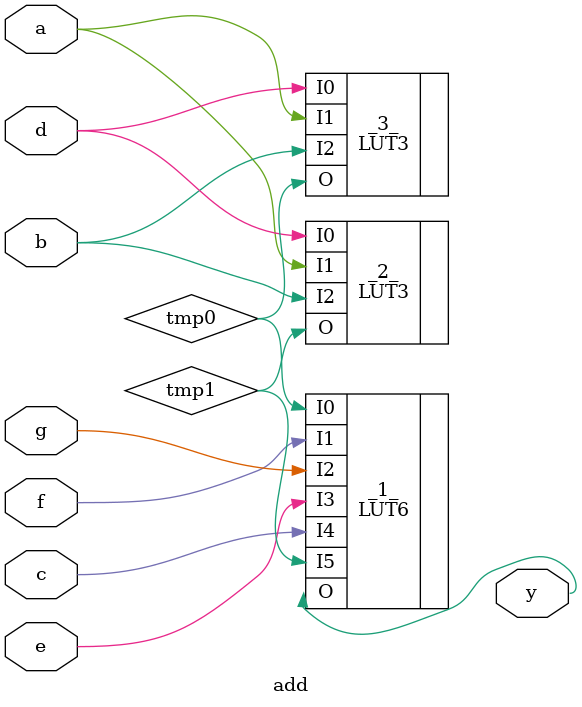
<source format=v>

module add (
    a,
    b,
    c,
    d,
    e,
    f,
    g,
    y
);
  input a;
  wire a;
  input b;
  wire b;
  input c;
  wire c;
  input d;
  wire d;
  input e;
  wire e;
  input f;
  wire f;
  input g;
  wire g;
  output y;
  wire y;

  // wire [2:0] sum = {2'b0, a} + {2'b0, b} + {2'b0, c} + {2'b0, d} + {2'b0, e} + {2'b0, f} + {2'b0, g};
  // assign y = sum[2];

  wire tmp0;
  wire tmp1;
  LUT6 #(
      .INIT(64'he8808000fffefee8)
  ) _1_ (
      .I0(tmp0),
      .I1(f),
      .I2(g),
      .I3(e),
      .I4(c),
      .I5(tmp1),
      .O (y)
  );
  LUT3 #(
      .INIT(8'h17)
  ) _2_ (
      .I0(d),
      .I1(a),
      .I2(b),
      .O (tmp1)
  );
  LUT3 #(
      .INIT(8'h96)
  ) _3_ (
      .I0(d),
      .I1(a),
      .I2(b),
      .O (tmp0)
  );
  // CHECK: (LUT 16753531355601501928 (LUT 23 b a d) c e g f (LUT 150 b a d))
endmodule

</source>
